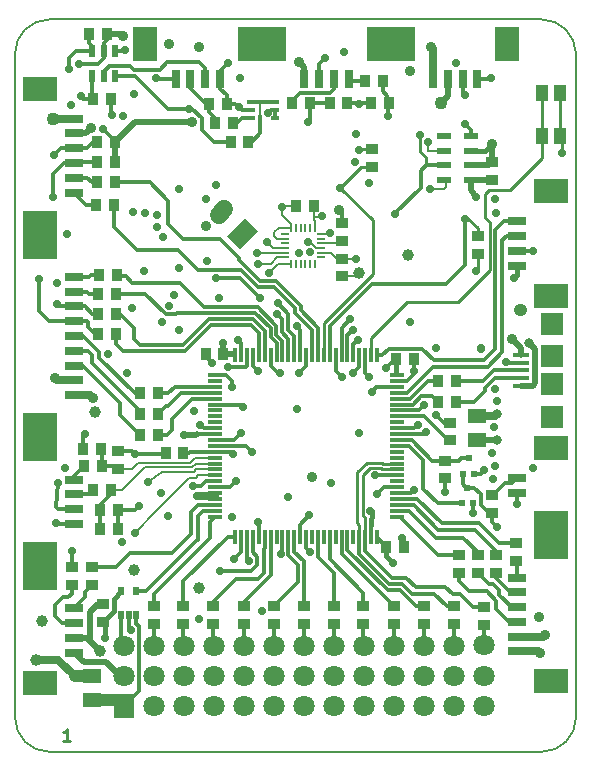
<source format=gbr>
G04 (created by PCBNEW (2013-may-18)-stable) date Čt 25. září 2014, 17:16:29 CEST*
%MOIN*%
G04 Gerber Fmt 3.4, Leading zero omitted, Abs format*
%FSLAX34Y34*%
G01*
G70*
G90*
G04 APERTURE LIST*
%ADD10C,0.00590551*%
%ADD11C,0.00984252*%
%ADD12R,0.0185039X0.0315*%
%ADD13C,0.06*%
%ADD14C,0.0708661*%
%ADD15R,0.0708661X0.0787*%
%ADD16R,0.0512X0.0118*%
%ADD17R,0.0118X0.0512*%
%ADD18R,0.0236X0.0394*%
%ADD19R,0.019685X0.023622*%
%ADD20R,0.0354X0.0394*%
%ADD21R,0.0394X0.0354*%
%ADD22R,0.0629921X0.0314961*%
%ADD23R,0.11811X0.0826772*%
%ADD24R,0.0826772X0.11811*%
%ADD25R,0.0314961X0.0629921*%
%ADD26R,0.0472X0.0236*%
%ADD27R,0.0747X0.0747*%
%ADD28R,0.0531X0.0157*%
%ADD29R,0.053X0.0157*%
%ADD30R,0.059X0.0472*%
%ADD31R,0.059X0.0473*%
%ADD32R,0.026X0.016*%
%ADD33O,0.00787402X0.0295276*%
%ADD34O,0.0295276X0.00787402*%
%ADD35R,0.0413386X0.0551181*%
%ADD36C,0.0275591*%
%ADD37C,0.0393701*%
%ADD38C,0.0354331*%
%ADD39C,0.0314961*%
%ADD40C,0.0433071*%
%ADD41C,0.011811*%
%ADD42C,0.015748*%
%ADD43C,0.00787402*%
%ADD44C,0.019685*%
%ADD45C,0.0275591*%
%ADD46C,0.0393701*%
G04 APERTURE END LIST*
G54D10*
G54D11*
X1643Y167D02*
X1419Y167D01*
X1531Y167D02*
X1531Y561D01*
X1494Y504D01*
X1456Y467D01*
X1419Y448D01*
G54D10*
X-196Y944D02*
G75*
G03X944Y-196I1141J0D01*
G74*
G01*
X944Y24212D02*
X17362Y24212D01*
X-196Y944D02*
X-196Y23070D01*
X17362Y-196D02*
X944Y-196D01*
X18503Y23070D02*
X18503Y944D01*
X17362Y-196D02*
G75*
G03X18503Y944I0J1141D01*
G74*
G01*
X944Y24212D02*
G75*
G03X-196Y23070I0J-1141D01*
G74*
G01*
X18503Y23070D02*
G75*
G03X17362Y24212I-1141J0D01*
G74*
G01*
G54D12*
X3342Y4369D03*
X3854Y4369D03*
X3598Y4369D03*
X3854Y5157D03*
X3342Y5157D03*
G54D10*
G36*
X7911Y17177D02*
X7298Y16565D01*
X6874Y16989D01*
X7486Y17601D01*
X7911Y17177D01*
X7911Y17177D01*
G37*
G54D13*
X6591Y17696D02*
X6779Y17884D01*
G54D14*
X15433Y3346D03*
X15433Y2342D03*
X15433Y1338D03*
G54D15*
X3425Y1340D03*
G54D14*
X3425Y2340D03*
X4425Y1340D03*
X4425Y2340D03*
X5425Y1340D03*
X5425Y2340D03*
X6425Y1340D03*
X6425Y2340D03*
X7425Y1340D03*
X7425Y2340D03*
X8425Y1340D03*
X8425Y2340D03*
X9425Y1340D03*
X9425Y2340D03*
X10425Y1340D03*
X10425Y2340D03*
X11425Y1340D03*
X11425Y2340D03*
X12425Y1340D03*
X12425Y2340D03*
X3425Y3340D03*
X4425Y3340D03*
X5425Y3340D03*
X6425Y3340D03*
X7425Y3340D03*
X8425Y3340D03*
X9425Y3340D03*
X10425Y3340D03*
X11425Y3340D03*
X12425Y3340D03*
X13425Y1340D03*
X13425Y2340D03*
X13425Y3340D03*
X14425Y1340D03*
X14429Y2342D03*
X14425Y3340D03*
G54D16*
X6485Y11772D03*
X6485Y11575D03*
X6485Y11378D03*
X6485Y11181D03*
X6485Y10984D03*
X6485Y12362D03*
X6485Y12165D03*
X6485Y11969D03*
X6485Y9213D03*
X6485Y9016D03*
X6485Y8819D03*
X6485Y8622D03*
X6485Y8425D03*
X6485Y8228D03*
X6485Y8031D03*
X6485Y7835D03*
G54D17*
X8523Y6978D03*
X8720Y6978D03*
X8916Y6978D03*
X9113Y6978D03*
X9310Y6978D03*
X9507Y6978D03*
X9704Y6978D03*
X9901Y6978D03*
X11672Y6978D03*
X11869Y6978D03*
G54D16*
X12529Y7638D03*
X12529Y7835D03*
X12529Y8031D03*
X12529Y8228D03*
X12529Y8425D03*
X12529Y8622D03*
X6485Y10787D03*
X6485Y10591D03*
X6485Y10394D03*
X6485Y7638D03*
G54D17*
X7145Y6978D03*
X7342Y6978D03*
X10098Y6978D03*
X10294Y6978D03*
X10491Y6978D03*
G54D16*
X12529Y8819D03*
X12529Y9016D03*
X12529Y9213D03*
X6485Y10197D03*
X6485Y10000D03*
X6485Y9803D03*
X6485Y9606D03*
X6485Y9409D03*
G54D17*
X7538Y6978D03*
X7735Y6978D03*
X7932Y6978D03*
X8129Y6978D03*
X8326Y6978D03*
X10688Y6978D03*
X10885Y6978D03*
X11082Y6978D03*
X11279Y6978D03*
X11476Y6978D03*
G54D16*
X12529Y9409D03*
X12529Y9606D03*
X12529Y9803D03*
X12529Y10000D03*
X12529Y10197D03*
X12529Y10394D03*
X12529Y10591D03*
X12529Y10787D03*
X12529Y10984D03*
X12529Y11181D03*
X12529Y11378D03*
X12529Y11575D03*
X12529Y11772D03*
X12529Y11969D03*
X12529Y12165D03*
X12529Y12362D03*
G54D17*
X11869Y13022D03*
X11672Y13022D03*
X11476Y13022D03*
X11279Y13022D03*
X11082Y13022D03*
X10885Y13022D03*
X10688Y13022D03*
X10491Y13022D03*
X10294Y13022D03*
X10098Y13022D03*
X9901Y13022D03*
X9704Y13022D03*
X9507Y13022D03*
X9310Y13022D03*
X9113Y13022D03*
X8916Y13022D03*
X8720Y13022D03*
X8523Y13022D03*
X8326Y13022D03*
X8129Y13022D03*
X7932Y13022D03*
X7735Y13022D03*
X7538Y13022D03*
X7342Y13022D03*
X7145Y13022D03*
G54D18*
X3130Y23171D03*
X2380Y23171D03*
X2755Y23171D03*
X2380Y22339D03*
X3130Y22339D03*
X2755Y22339D03*
G54D19*
X14688Y8094D03*
X15082Y8094D03*
X14885Y8606D03*
X14724Y9074D03*
X15118Y9074D03*
X14921Y9586D03*
G54D20*
X2420Y21574D03*
X3012Y21574D03*
X12264Y21417D03*
X11672Y21417D03*
G54D21*
X16496Y6752D03*
X16496Y6160D03*
G54D20*
X2578Y13740D03*
X3170Y13740D03*
X2578Y14409D03*
X3170Y14409D03*
X2538Y18779D03*
X3130Y18779D03*
X2499Y18031D03*
X3091Y18031D03*
G54D21*
X14133Y9508D03*
X14133Y8916D03*
X4429Y4054D03*
X4429Y4646D03*
X14429Y4054D03*
X14429Y4646D03*
X13425Y4054D03*
X13425Y4646D03*
X12421Y4054D03*
X12421Y4646D03*
X10433Y4054D03*
X10433Y4646D03*
X11417Y4054D03*
X11417Y4646D03*
X9429Y4054D03*
X9429Y4646D03*
X8425Y4054D03*
X8425Y4646D03*
X7421Y4054D03*
X7421Y4646D03*
X6417Y4054D03*
X6417Y4646D03*
X5413Y4054D03*
X5413Y4646D03*
G54D20*
X10294Y21417D03*
X10886Y21417D03*
X2578Y15078D03*
X3170Y15078D03*
X2617Y15708D03*
X3209Y15708D03*
G54D21*
X14606Y6358D03*
X14606Y5766D03*
X15236Y6358D03*
X15236Y5766D03*
X15826Y6358D03*
X15826Y5766D03*
G54D20*
X9034Y21417D03*
X9626Y21417D03*
G54D21*
X15433Y4034D03*
X15433Y4626D03*
G54D20*
X2538Y19448D03*
X3130Y19448D03*
X2538Y20118D03*
X3130Y20118D03*
G54D21*
X15712Y7766D03*
X15712Y8358D03*
G54D20*
X2105Y9330D03*
X2697Y9330D03*
X3229Y7874D03*
X2637Y7874D03*
X2420Y8523D03*
X3012Y8523D03*
G54D21*
X3248Y9823D03*
X3248Y9231D03*
X1692Y5373D03*
X1692Y5965D03*
X2362Y5373D03*
X2362Y5965D03*
G54D20*
X14508Y11456D03*
X13916Y11456D03*
X14508Y12165D03*
X13916Y12165D03*
G54D22*
X1771Y15629D03*
X1771Y15137D03*
X1771Y14645D03*
X1771Y14153D03*
X1771Y13661D03*
X1771Y13169D03*
X1771Y12677D03*
X1771Y12185D03*
X1771Y11692D03*
G54D23*
X629Y16633D03*
X629Y10688D03*
X629Y21909D03*
X629Y17440D03*
G54D22*
X1771Y20905D03*
X1771Y20413D03*
X1771Y19921D03*
X1771Y19429D03*
X1771Y18937D03*
X1771Y18444D03*
G54D23*
X17677Y2145D03*
X17677Y6614D03*
G54D22*
X16535Y3149D03*
X16535Y3641D03*
X16535Y4133D03*
X16535Y4625D03*
X16535Y5118D03*
X16535Y5610D03*
G54D23*
X17677Y15000D03*
X17677Y18484D03*
G54D22*
X16535Y16003D03*
X16535Y16496D03*
X16535Y16988D03*
X16535Y17480D03*
G54D24*
X16220Y23385D03*
X12736Y23385D03*
G54D25*
X15216Y22244D03*
X14724Y22244D03*
X14232Y22244D03*
X13740Y22244D03*
G54D23*
X629Y9881D03*
X629Y6397D03*
G54D22*
X1771Y8877D03*
X1771Y8385D03*
X1771Y7893D03*
X1771Y7401D03*
G54D23*
X629Y5590D03*
X629Y2106D03*
G54D22*
X1771Y4586D03*
X1771Y4094D03*
X1771Y3602D03*
X1771Y3110D03*
G54D24*
X11929Y23385D03*
X8444Y23385D03*
G54D25*
X10925Y22244D03*
X10433Y22244D03*
X9940Y22244D03*
X9448Y22244D03*
G54D24*
X7637Y23385D03*
X4153Y23385D03*
G54D25*
X6633Y22244D03*
X6141Y22244D03*
X5649Y22244D03*
X5157Y22244D03*
G54D22*
X16535Y8444D03*
X16535Y8937D03*
G54D23*
X17677Y7440D03*
X17677Y9940D03*
G54D26*
X15018Y18858D03*
X15018Y19350D03*
X15018Y19842D03*
X15018Y20334D03*
X14112Y20334D03*
X14112Y19842D03*
X14112Y19350D03*
X14112Y18858D03*
G54D27*
X17716Y12047D03*
X17716Y12991D03*
X17716Y14074D03*
X17716Y10964D03*
G54D28*
X16663Y12007D03*
G54D29*
X16663Y12264D03*
X16663Y12519D03*
X16663Y12774D03*
X16663Y13031D03*
G54D30*
X2362Y2323D03*
G54D31*
X2362Y1535D03*
G54D30*
X15212Y10192D03*
G54D31*
X15212Y10980D03*
G54D21*
X10692Y16833D03*
X10692Y17425D03*
X15708Y18877D03*
X15708Y19469D03*
G54D20*
X2085Y9881D03*
X2677Y9881D03*
X9756Y17992D03*
X9164Y17992D03*
X12184Y6633D03*
X12776Y6633D03*
X2263Y23740D03*
X2855Y23740D03*
X4822Y9763D03*
X5414Y9763D03*
X6752Y13051D03*
X6160Y13051D03*
X12499Y12893D03*
X13091Y12893D03*
X3229Y7224D03*
X2637Y7224D03*
X11475Y22165D03*
X12067Y22165D03*
G54D21*
X15228Y16389D03*
X15228Y16981D03*
G54D20*
X3979Y11751D03*
X4571Y11751D03*
X3975Y11066D03*
X4567Y11066D03*
X3987Y10370D03*
X4579Y10370D03*
G54D32*
X7670Y21452D03*
X7670Y20932D03*
X7670Y21192D03*
X8470Y20932D03*
X8470Y21452D03*
X8470Y21192D03*
G54D20*
X6855Y21409D03*
X6263Y21409D03*
X6995Y20141D03*
X7587Y20141D03*
X7063Y20767D03*
X6471Y20767D03*
G54D21*
X10704Y16240D03*
X10704Y15648D03*
G54D33*
X9011Y16070D03*
X9169Y16070D03*
X9326Y16070D03*
X9484Y16070D03*
X9641Y16070D03*
X9799Y16070D03*
G54D34*
X10007Y16279D03*
X10007Y16437D03*
X10007Y16594D03*
X10007Y16751D03*
X10007Y16909D03*
X10007Y17066D03*
G54D33*
X9799Y17275D03*
X9641Y17275D03*
X9484Y17275D03*
X9326Y17275D03*
X9169Y17275D03*
X9011Y17275D03*
G54D34*
X8803Y17066D03*
X8803Y16909D03*
X8803Y16751D03*
X8803Y16594D03*
X8803Y16437D03*
X8803Y16279D03*
G54D21*
X11704Y19290D03*
X11704Y19882D03*
G54D35*
X17972Y21748D03*
X17972Y20330D03*
X17381Y21748D03*
X17381Y20330D03*
G54D21*
X2744Y4729D03*
X2744Y4137D03*
X14307Y10184D03*
X14307Y10776D03*
G54D36*
X2799Y3594D03*
X15177Y15818D03*
X11287Y19858D03*
X11169Y16244D03*
X8271Y15763D03*
X10027Y17661D03*
X8232Y21102D03*
G54D37*
X2484Y11137D03*
X720Y4165D03*
G54D38*
X5700Y20791D03*
X4948Y23409D03*
X3409Y23661D03*
G54D36*
X6732Y13425D03*
G54D38*
X6165Y17338D03*
G54D36*
X2744Y20559D03*
X11279Y21409D03*
X6177Y18224D03*
X1921Y22724D03*
X12177Y12610D03*
G54D39*
X15870Y10185D03*
G54D36*
X14122Y8452D03*
X15070Y7775D03*
X5433Y10354D03*
X5748Y8657D03*
X7590Y6169D03*
X12409Y6106D03*
X5881Y8334D03*
X15157Y18287D03*
G54D38*
X17299Y3090D03*
G54D36*
X3377Y6783D03*
G54D40*
X1062Y20905D03*
G54D38*
X12956Y22507D03*
X2389Y11610D03*
X5921Y23279D03*
X9283Y22803D03*
X13669Y23295D03*
G54D36*
X3791Y7110D03*
X4232Y8787D03*
X15830Y17763D03*
X11062Y13870D03*
X15799Y18228D03*
X10976Y14232D03*
X9559Y20807D03*
X4940Y14677D03*
X5114Y15035D03*
X12232Y21011D03*
X4720Y14133D03*
X6909Y12625D03*
X7027Y11956D03*
X17070Y16480D03*
X7066Y9712D03*
X10649Y18602D03*
X5944Y4228D03*
G54D38*
X17480Y3704D03*
G54D36*
X4893Y7645D03*
X8023Y4492D03*
G54D38*
X15692Y20047D03*
G54D36*
X11157Y20381D03*
X11602Y18767D03*
G54D37*
X11287Y15748D03*
G54D36*
X8704Y17948D03*
X7267Y21303D03*
X10141Y22929D03*
X6901Y22751D03*
X4519Y22251D03*
G54D38*
X10594Y17862D03*
G54D40*
X14015Y21437D03*
G54D37*
X12901Y16377D03*
G54D36*
X7244Y13543D03*
X17059Y9267D03*
G54D38*
X1141Y12263D03*
X2342Y20598D03*
G54D36*
X6519Y18704D03*
X1551Y17055D03*
X1192Y15429D03*
X5287Y18547D03*
X5259Y15929D03*
X6192Y16161D03*
X3539Y12437D03*
X5271Y13858D03*
X2893Y13078D03*
X6377Y12755D03*
X1602Y22547D03*
X5767Y11169D03*
X18043Y19771D03*
X16421Y15590D03*
X12972Y14137D03*
G54D38*
X16366Y13559D03*
G54D36*
X16531Y8078D03*
X15354Y13248D03*
X13854Y13259D03*
X15452Y9200D03*
G54D39*
X15870Y11051D03*
G54D36*
X8897Y8307D03*
X9200Y11240D03*
X2125Y10381D03*
X3937Y7992D03*
X3818Y9724D03*
G54D37*
X3779Y5866D03*
X2637Y3149D03*
G54D36*
X11259Y10433D03*
X13098Y12496D03*
X7047Y7637D03*
G54D38*
X9708Y8960D03*
G54D36*
X9614Y7681D03*
X10354Y8771D03*
X4657Y8444D03*
X7165Y8818D03*
X5984Y10708D03*
X12712Y6940D03*
X7106Y6212D03*
X14496Y22767D03*
X4102Y15822D03*
X10759Y23133D03*
X4728Y16964D03*
X7299Y22263D03*
X4551Y17283D03*
X3755Y21720D03*
X4535Y17708D03*
X8208Y16795D03*
X9637Y16464D03*
X9267Y12433D03*
X10314Y17094D03*
X9287Y16444D03*
X7905Y12496D03*
X14799Y20744D03*
X14811Y17574D03*
X11692Y11811D03*
X8657Y6397D03*
X7330Y10421D03*
X7708Y9811D03*
X5598Y21244D03*
G54D38*
X16629Y14515D03*
X17267Y4307D03*
G54D37*
X5925Y5275D03*
X492Y2862D03*
G54D36*
X1240Y8751D03*
X1181Y7440D03*
X610Y15578D03*
X1118Y19696D03*
G54D39*
X16952Y13440D03*
G54D36*
X13846Y11027D03*
X14818Y21708D03*
X15677Y22267D03*
X11641Y7834D03*
X1192Y14744D03*
X1059Y18279D03*
X15866Y7307D03*
X2003Y21657D03*
X7397Y11303D03*
X9641Y6448D03*
X8645Y12444D03*
X3692Y14610D03*
X1677Y21358D03*
X3476Y23196D03*
X3023Y21035D03*
X3732Y17787D03*
X3401Y21007D03*
X4137Y17748D03*
X3661Y3850D03*
X7897Y7476D03*
X15759Y10618D03*
X11228Y13535D03*
X15712Y9755D03*
X10700Y12283D03*
X15870Y11480D03*
X13511Y10456D03*
X15818Y11885D03*
X13224Y10696D03*
X15748Y8881D03*
X11610Y12291D03*
X15818Y9326D03*
X11074Y12433D03*
X1700Y6503D03*
X6645Y5838D03*
X11149Y19476D03*
X9586Y16803D03*
X13566Y20141D03*
X8555Y14755D03*
X13303Y20366D03*
X12476Y17724D03*
X7893Y16074D03*
X6598Y14925D03*
X8539Y14385D03*
X13649Y18562D03*
X7858Y16437D03*
X6496Y15586D03*
X7964Y14940D03*
X9196Y13980D03*
X16173Y12795D03*
X13452Y11354D03*
X1476Y9263D03*
X11811Y9015D03*
X11877Y8405D03*
X13110Y8539D03*
G54D41*
X2744Y4137D02*
X2744Y4141D01*
G54D42*
X3094Y4909D02*
X3342Y5157D01*
X3094Y4492D02*
X3094Y4909D01*
X2744Y4141D02*
X3094Y4492D01*
X2799Y3594D02*
X2799Y4081D01*
X2799Y4081D02*
X2744Y4137D01*
G54D41*
X2775Y3618D02*
X2799Y3594D01*
G54D11*
X15228Y16389D02*
X15228Y15870D01*
X15228Y15870D02*
X15177Y15818D01*
X11704Y19882D02*
X11311Y19882D01*
X11311Y19882D02*
X11287Y19858D01*
G54D43*
X10704Y16240D02*
X10546Y16240D01*
X10350Y16437D02*
X10007Y16437D01*
X10546Y16240D02*
X10350Y16437D01*
X10704Y16240D02*
X11166Y16240D01*
X11166Y16240D02*
X11169Y16244D01*
X9011Y16070D02*
X8578Y16070D01*
X8578Y16070D02*
X8271Y15763D01*
X9756Y17622D02*
X9988Y17622D01*
X9988Y17622D02*
X10027Y17661D01*
X9756Y17992D02*
X9756Y17622D01*
X9756Y17622D02*
X9756Y17542D01*
X9799Y17500D02*
X9799Y17275D01*
X9756Y17542D02*
X9799Y17500D01*
G54D41*
X8322Y21192D02*
X8232Y21102D01*
X8322Y21192D02*
X8470Y21192D01*
X8470Y21192D02*
X8470Y20932D01*
G54D44*
X3130Y19448D02*
X3130Y20118D01*
X3130Y20118D02*
X3811Y20799D01*
X3811Y20799D02*
X5700Y20791D01*
X2855Y23740D02*
X3330Y23740D01*
X4948Y23409D02*
X4948Y23413D01*
X3330Y23740D02*
X3409Y23661D01*
X6752Y13404D02*
X6732Y13425D01*
X6752Y13404D02*
X6752Y13051D01*
G54D41*
X3130Y20118D02*
X3130Y20172D01*
X3130Y20172D02*
X2744Y20559D01*
X10886Y21417D02*
X11271Y21417D01*
X11287Y21417D02*
X11672Y21417D01*
X11279Y21409D02*
X11287Y21417D01*
X11271Y21417D02*
X11279Y21409D01*
X2755Y23171D02*
X2755Y22917D01*
X2562Y22724D02*
X1921Y22724D01*
X2755Y22917D02*
X2562Y22724D01*
X2755Y23171D02*
X2755Y23429D01*
X2855Y23528D02*
X2855Y23740D01*
X2755Y23429D02*
X2855Y23528D01*
X12499Y12893D02*
X12460Y12893D01*
X12460Y12893D02*
X12177Y12610D01*
G54D44*
X15212Y10192D02*
X15862Y10192D01*
X15862Y10192D02*
X15870Y10185D01*
G54D41*
X14133Y8916D02*
X14133Y8464D01*
X14133Y8464D02*
X14122Y8452D01*
X15082Y8094D02*
X15082Y7787D01*
X15082Y7787D02*
X15070Y7775D01*
G54D44*
X5866Y10394D02*
X5826Y10354D01*
X5826Y10354D02*
X5433Y10354D01*
G54D41*
X6485Y10394D02*
X5866Y10394D01*
X6485Y8819D02*
X6165Y8819D01*
X6003Y8657D02*
X5748Y8657D01*
X6165Y8819D02*
X6003Y8657D01*
X7538Y6220D02*
X7590Y6169D01*
X7538Y6978D02*
X7538Y6220D01*
G54D42*
X12184Y6633D02*
X12184Y6331D01*
X12184Y6331D02*
X12409Y6106D01*
G54D41*
X6485Y8425D02*
X6485Y8228D01*
X6485Y8228D02*
X6484Y8229D01*
X6484Y8229D02*
X6484Y8338D01*
G54D45*
X6484Y8338D02*
X6480Y8334D01*
X6480Y8334D02*
X5881Y8334D01*
G54D41*
X7145Y13022D02*
X7096Y13022D01*
G54D44*
X7096Y13022D02*
X7066Y13051D01*
X7066Y13051D02*
X6752Y13051D01*
G54D42*
X12499Y12893D02*
X12499Y12436D01*
G54D41*
X12496Y12395D02*
X12529Y12362D01*
X12496Y12433D02*
X12496Y12395D01*
G54D42*
X12499Y12436D02*
X12496Y12433D01*
G54D41*
X11869Y6978D02*
X11869Y6948D01*
X11869Y6948D02*
X12184Y6633D01*
G54D44*
X15018Y18516D02*
X15018Y18858D01*
X15157Y18287D02*
X15018Y18516D01*
X15708Y18877D02*
X15037Y18877D01*
X15037Y18877D02*
X15018Y18858D01*
G54D45*
X17299Y3090D02*
X17240Y3149D01*
X16535Y3149D02*
X17240Y3149D01*
X3425Y2340D02*
X3297Y2340D01*
G54D44*
X2094Y2787D02*
X1771Y3110D01*
X2850Y2787D02*
X2094Y2787D01*
X3297Y2340D02*
X2850Y2787D01*
G54D45*
X1771Y20905D02*
X1062Y20905D01*
X2307Y11692D02*
X1771Y11692D01*
X2389Y11610D02*
X2307Y11692D01*
G54D44*
X9448Y22637D02*
X9448Y22244D01*
X9283Y22803D02*
X9448Y22637D01*
G54D45*
X13740Y23224D02*
X13740Y22244D01*
X13669Y23295D02*
X13740Y23224D01*
G54D43*
X6485Y9016D02*
X5913Y9016D01*
X4511Y7830D02*
X3791Y7110D01*
X5110Y8429D02*
X4511Y7830D01*
X5610Y8929D02*
X5110Y8429D01*
X5826Y8929D02*
X5610Y8929D01*
X5913Y9016D02*
X5826Y8929D01*
X6485Y9213D02*
X5848Y9213D01*
X4692Y9133D02*
X4232Y8787D01*
X5768Y9133D02*
X4692Y9133D01*
X5848Y9213D02*
X5768Y9133D01*
X6485Y9409D02*
X5826Y9409D01*
X3366Y8523D02*
X3012Y8523D01*
X4129Y9287D02*
X3366Y8523D01*
X5705Y9287D02*
X4129Y9287D01*
X5826Y9409D02*
X5705Y9287D01*
G54D41*
X2637Y7874D02*
X2637Y8030D01*
X3012Y8406D02*
X3012Y8523D01*
X2637Y8030D02*
X3012Y8406D01*
X2637Y7224D02*
X2637Y7874D01*
G54D43*
X6485Y9606D02*
X5806Y9606D01*
X3700Y9231D02*
X3248Y9231D01*
X3909Y9440D02*
X3700Y9231D01*
X5641Y9440D02*
X3909Y9440D01*
X5806Y9606D02*
X5641Y9440D01*
G54D41*
X2697Y9330D02*
X3148Y9330D01*
X3148Y9330D02*
X3248Y9231D01*
X2697Y9330D02*
X2697Y9862D01*
X2697Y9862D02*
X2677Y9881D01*
X10885Y13022D02*
X10885Y13692D01*
X10885Y13692D02*
X11062Y13870D01*
X10688Y13022D02*
X10688Y13944D01*
X10688Y13944D02*
X10976Y14232D01*
X6485Y11575D02*
X5712Y11575D01*
X4870Y10370D02*
X4579Y10370D01*
X5039Y10539D02*
X4870Y10370D01*
X5039Y10901D02*
X5039Y10539D01*
X5712Y11575D02*
X5039Y10901D01*
X6485Y11772D02*
X5331Y11772D01*
X4843Y11342D02*
X4567Y11066D01*
X4901Y11342D02*
X4843Y11342D01*
X5331Y11772D02*
X4901Y11342D01*
X6485Y11969D02*
X5126Y11969D01*
X4909Y11751D02*
X4571Y11751D01*
X5126Y11969D02*
X4909Y11751D01*
X8129Y13022D02*
X8129Y13839D01*
X3295Y14409D02*
X3170Y14409D01*
X3783Y13921D02*
X3295Y14409D01*
X3783Y13559D02*
X3783Y13921D01*
X3976Y13366D02*
X3783Y13559D01*
X5404Y13366D02*
X3976Y13366D01*
X6270Y14232D02*
X5404Y13366D01*
X7737Y14232D02*
X6270Y14232D01*
X8129Y13839D02*
X7737Y14232D01*
X7932Y13022D02*
X7932Y13763D01*
X3170Y13408D02*
X3170Y13740D01*
X3405Y13173D02*
X3170Y13408D01*
X5484Y13173D02*
X3405Y13173D01*
X6350Y14039D02*
X5484Y13173D01*
X7657Y14039D02*
X6350Y14039D01*
X7932Y13763D02*
X7657Y14039D01*
X14606Y6358D02*
X13900Y6358D01*
X12621Y7638D02*
X12529Y7638D01*
X13900Y6358D02*
X12621Y7638D01*
X15826Y6358D02*
X15826Y6507D01*
X12529Y8027D02*
X12529Y8031D01*
X13094Y8027D02*
X12529Y8027D01*
X13913Y7208D02*
X13094Y8027D01*
X15125Y7208D02*
X13913Y7208D01*
X15826Y6507D02*
X15125Y7208D01*
X16496Y6752D02*
X15940Y6752D01*
X13216Y8228D02*
X12529Y8228D01*
X14027Y7417D02*
X13216Y8228D01*
X15275Y7417D02*
X14027Y7417D01*
X15940Y6752D02*
X15275Y7417D01*
X15236Y6358D02*
X15236Y6456D01*
X12952Y7835D02*
X12529Y7835D01*
X13842Y6944D02*
X12952Y7835D01*
X14748Y6944D02*
X13842Y6944D01*
X15236Y6456D02*
X14748Y6944D01*
X8523Y13022D02*
X8523Y13413D01*
X4137Y15078D02*
X3170Y15078D01*
X4822Y14393D02*
X4137Y15078D01*
X5169Y14393D02*
X4822Y14393D01*
X5200Y14425D02*
X5169Y14393D01*
X7817Y14425D02*
X5200Y14425D01*
X8322Y13919D02*
X7817Y14425D01*
X8322Y13614D02*
X8322Y13919D01*
X8523Y13413D02*
X8322Y13614D01*
X8720Y13022D02*
X8720Y13495D01*
X3272Y15645D02*
X3209Y15708D01*
X3511Y15645D02*
X3272Y15645D01*
X3720Y15437D02*
X3511Y15645D01*
X5291Y15437D02*
X3720Y15437D01*
X6110Y14618D02*
X5291Y15437D01*
X7897Y14618D02*
X6110Y14618D01*
X8515Y13999D02*
X7897Y14618D01*
X8515Y13700D02*
X8515Y13999D01*
X8720Y13495D02*
X8515Y13700D01*
X9626Y21417D02*
X10294Y21417D01*
X9626Y20874D02*
X9626Y21417D01*
X9559Y20807D02*
X9626Y20874D01*
X12232Y21011D02*
X12232Y21385D01*
X12067Y21826D02*
X12067Y22165D01*
X12220Y21673D02*
X12067Y21826D01*
X12220Y21396D02*
X12220Y21673D01*
X12232Y21385D02*
X12220Y21396D01*
X12232Y21011D02*
X12264Y21044D01*
X7538Y13022D02*
X7538Y12660D01*
X7503Y12625D02*
X6909Y12625D01*
X7538Y12660D02*
X7503Y12625D01*
X6485Y12362D02*
X6826Y12362D01*
X7027Y12161D02*
X7027Y11956D01*
X6826Y12362D02*
X7027Y12161D01*
X17055Y16496D02*
X17070Y16480D01*
X17055Y16496D02*
X16535Y16496D01*
X6976Y9803D02*
X6485Y9803D01*
X7066Y9712D02*
X6976Y9803D01*
X5414Y9763D02*
X5614Y9763D01*
X5653Y9803D02*
X6485Y9803D01*
X5614Y9763D02*
X5653Y9803D01*
X11869Y13022D02*
X12053Y13022D01*
X16118Y17480D02*
X16535Y17480D01*
X15818Y17181D02*
X16118Y17480D01*
X15818Y13236D02*
X15818Y17181D01*
X15433Y12850D02*
X15818Y13236D01*
X13763Y12850D02*
X15433Y12850D01*
X13377Y13236D02*
X13763Y12850D01*
X12267Y13236D02*
X13377Y13236D01*
X12053Y13022D02*
X12267Y13236D01*
X12529Y11772D02*
X12866Y11772D01*
X16188Y16988D02*
X16535Y16988D01*
X16047Y16846D02*
X16188Y16988D01*
X16047Y13122D02*
X16047Y16846D01*
X15562Y12637D02*
X16047Y13122D01*
X13732Y12637D02*
X15562Y12637D01*
X12866Y11772D02*
X13732Y12637D01*
G54D11*
X11704Y19290D02*
X11337Y19290D01*
X11337Y19290D02*
X10649Y18602D01*
X10098Y13022D02*
X10098Y14110D01*
X11732Y17519D02*
X10649Y18602D01*
X11732Y15744D02*
X11732Y17519D01*
X10098Y14110D02*
X11732Y15744D01*
G54D41*
X3925Y3712D02*
X3925Y4007D01*
X3854Y4078D02*
X3854Y4369D01*
X3925Y4007D02*
X3854Y4078D01*
G54D44*
X2744Y4729D02*
X2563Y4729D01*
X2291Y4456D02*
X2291Y3496D01*
X2563Y4729D02*
X2291Y4456D01*
G54D45*
X16535Y3641D02*
X17417Y3641D01*
X17417Y3641D02*
X17480Y3704D01*
G54D42*
X15018Y19842D02*
X15487Y19842D01*
G54D44*
X15589Y19350D02*
X15692Y19453D01*
X15692Y19453D02*
X15692Y20047D01*
X15589Y19350D02*
X15018Y19350D01*
G54D42*
X15487Y19842D02*
X15692Y20047D01*
G54D11*
X17972Y21748D02*
X17972Y20330D01*
X17972Y20330D02*
X18043Y20259D01*
X18043Y20259D02*
X18043Y19771D01*
X11157Y20381D02*
X11153Y20381D01*
X11602Y18767D02*
X11598Y18767D01*
G54D43*
X10704Y15648D02*
X11188Y15648D01*
X11188Y15648D02*
X11287Y15748D01*
X8803Y16909D02*
X8527Y16909D01*
X8610Y17275D02*
X9011Y17275D01*
X8452Y17118D02*
X8610Y17275D01*
X8452Y16984D02*
X8452Y17118D01*
X8527Y16909D02*
X8452Y16984D01*
X9011Y17275D02*
X9011Y17389D01*
X8748Y17992D02*
X8704Y17948D01*
X8748Y17992D02*
X9164Y17992D01*
X8704Y17696D02*
X8704Y17948D01*
X9011Y17389D02*
X8704Y17696D01*
G54D41*
X7275Y21295D02*
X7275Y21283D01*
X7267Y21303D02*
X7275Y21295D01*
X7670Y21192D02*
X7366Y21192D01*
X7149Y21409D02*
X6855Y21409D01*
X7366Y21192D02*
X7275Y21283D01*
X7275Y21283D02*
X7149Y21409D01*
X6855Y21409D02*
X6855Y21684D01*
X6633Y21905D02*
X6633Y22244D01*
X6855Y21684D02*
X6633Y21905D01*
X9940Y22728D02*
X10141Y22929D01*
X9940Y22728D02*
X9940Y22244D01*
X6633Y22484D02*
X6901Y22751D01*
X6633Y22484D02*
X6633Y22244D01*
X4527Y22244D02*
X4519Y22251D01*
X5157Y22244D02*
X4527Y22244D01*
X10692Y17425D02*
X10692Y17763D01*
X10692Y17763D02*
X10594Y17862D01*
G54D44*
X14232Y22244D02*
X14232Y21653D01*
X14232Y21653D02*
X14015Y21437D01*
G54D41*
X7342Y13444D02*
X7244Y13543D01*
X7342Y13444D02*
X7342Y13022D01*
G54D45*
X1771Y12185D02*
X1220Y12185D01*
X1220Y12185D02*
X1141Y12263D01*
G54D44*
X2177Y20413D02*
X2342Y20598D01*
X2177Y20413D02*
X1771Y20413D01*
G54D41*
X6523Y18700D02*
X6519Y18704D01*
X5259Y15929D02*
X5263Y15929D01*
X6192Y16161D02*
X6196Y16161D01*
X5263Y13866D02*
X5259Y13866D01*
X5271Y13858D02*
X5263Y13866D01*
X6160Y12973D02*
X6377Y12755D01*
X6160Y12973D02*
X6160Y13051D01*
X2380Y23171D02*
X1841Y23171D01*
X1602Y22933D02*
X1602Y22547D01*
X1841Y23171D02*
X1602Y22933D01*
X2380Y23171D02*
X2380Y23315D01*
X2263Y23433D02*
X2263Y23740D01*
X2380Y23315D02*
X2263Y23433D01*
X18043Y19771D02*
X18039Y19775D01*
G54D42*
X16535Y15704D02*
X16535Y16003D01*
X16421Y15590D02*
X16535Y15704D01*
G54D44*
X16663Y13261D02*
X16366Y13559D01*
X16663Y13261D02*
X16663Y13031D01*
G54D41*
X16535Y8082D02*
X16531Y8078D01*
X16535Y8082D02*
X16535Y8444D01*
G54D45*
X15350Y13244D02*
X15350Y13240D01*
X15354Y13248D02*
X15350Y13244D01*
G54D41*
X15118Y9074D02*
X15326Y9074D01*
X15326Y9074D02*
X15452Y9200D01*
G54D45*
X15212Y10980D02*
X15799Y10980D01*
X15799Y10980D02*
X15870Y11051D01*
G54D44*
X9196Y11244D02*
X9196Y11275D01*
X9200Y11240D02*
X9196Y11244D01*
G54D41*
X2085Y9881D02*
X2085Y10341D01*
X2085Y10341D02*
X2125Y10381D01*
X3229Y7874D02*
X3818Y7874D01*
X3818Y7874D02*
X3937Y7992D01*
X3818Y9724D02*
X4782Y9724D01*
X4782Y9724D02*
X4822Y9763D01*
X3248Y9823D02*
X3719Y9823D01*
X3719Y9823D02*
X3818Y9724D01*
X3229Y7224D02*
X3229Y7874D01*
G54D44*
X1771Y3602D02*
X2185Y3602D01*
X2185Y3602D02*
X2291Y3496D01*
X2291Y3496D02*
X2637Y3149D01*
G54D46*
X2362Y1535D02*
X3230Y1535D01*
X3230Y1535D02*
X3425Y1340D01*
G54D41*
X12529Y12165D02*
X12873Y12165D01*
X13091Y12503D02*
X13098Y12496D01*
X13091Y12503D02*
X13091Y12893D01*
X13098Y12389D02*
X13098Y12496D01*
X12873Y12165D02*
X13098Y12389D01*
X9310Y7377D02*
X9614Y7681D01*
X9310Y6978D02*
X9310Y7377D01*
X3925Y1840D02*
X3425Y1340D01*
X3925Y3759D02*
X3925Y3712D01*
X3925Y3712D02*
X3925Y1840D01*
G54D44*
X4665Y8452D02*
X4665Y8468D01*
X4657Y8444D02*
X4665Y8452D01*
G54D41*
X6485Y8622D02*
X6968Y8622D01*
X6968Y8622D02*
X7165Y8818D01*
X6485Y10591D02*
X6101Y10591D01*
X6101Y10591D02*
X5984Y10708D01*
X12776Y6633D02*
X12776Y6877D01*
X12776Y6877D02*
X12712Y6940D01*
X7342Y6978D02*
X7342Y6449D01*
X7342Y6449D02*
X7106Y6212D01*
X9704Y13022D02*
X9704Y13862D01*
X3091Y17298D02*
X3091Y18031D01*
X3870Y16519D02*
X3091Y17298D01*
X5251Y16519D02*
X3870Y16519D01*
X5905Y15866D02*
X5251Y16519D01*
X7330Y15866D02*
X5905Y15866D01*
X7889Y15307D02*
X7330Y15866D01*
X8421Y15307D02*
X7889Y15307D01*
X9129Y14598D02*
X8421Y15307D01*
X9129Y14437D02*
X9129Y14598D01*
X9704Y13862D02*
X9129Y14437D01*
X9901Y13022D02*
X9901Y13937D01*
X4291Y18779D02*
X3130Y18779D01*
X4897Y18173D02*
X4291Y18779D01*
X4897Y17397D02*
X4897Y18173D01*
X5389Y16905D02*
X4897Y17397D01*
X6645Y16905D02*
X5389Y16905D01*
X7275Y16275D02*
X6645Y16905D01*
X7275Y16194D02*
X7275Y16275D01*
X7969Y15500D02*
X7275Y16194D01*
X8501Y15500D02*
X7969Y15500D01*
X9322Y14678D02*
X8501Y15500D01*
X9322Y14516D02*
X9322Y14678D01*
X9901Y13937D02*
X9322Y14516D01*
X4728Y16964D02*
X4724Y16964D01*
X4535Y17708D02*
X4527Y17716D01*
G54D43*
X8409Y16594D02*
X8803Y16594D01*
X8208Y16795D02*
X8409Y16594D01*
G54D41*
X9507Y13022D02*
X9507Y12673D01*
X9637Y16464D02*
X9642Y16468D01*
X9507Y12673D02*
X9267Y12433D01*
G54D43*
X10007Y17066D02*
X10287Y17066D01*
X10287Y17066D02*
X10314Y17094D01*
G54D41*
X7735Y13022D02*
X7735Y12665D01*
X9287Y16444D02*
X9299Y16456D01*
X7735Y12665D02*
X7905Y12496D01*
G54D11*
X14811Y17574D02*
X14917Y17574D01*
X15228Y17263D02*
X15228Y16981D01*
X14917Y17574D02*
X15228Y17263D01*
G54D41*
X10294Y13022D02*
X10294Y13995D01*
X15018Y20524D02*
X15018Y20334D01*
X14799Y20744D02*
X15018Y20524D01*
X14811Y16035D02*
X14811Y17574D01*
X14177Y15401D02*
X14811Y16035D01*
X11700Y15401D02*
X14177Y15401D01*
X10294Y13995D02*
X11700Y15401D01*
X12529Y11969D02*
X11850Y11969D01*
X11850Y11969D02*
X11692Y11811D01*
G54D43*
X10007Y16751D02*
X10610Y16751D01*
X10610Y16751D02*
X10692Y16833D01*
G54D41*
X8720Y6461D02*
X8720Y6978D01*
X8657Y6397D02*
X8720Y6461D01*
G54D11*
X17381Y20330D02*
X17381Y21748D01*
X11672Y13022D02*
X11672Y13605D01*
X17381Y19606D02*
X17381Y20330D01*
X16307Y18531D02*
X17381Y19606D01*
X15606Y18531D02*
X16307Y18531D01*
X15472Y18397D02*
X15606Y18531D01*
X15472Y17610D02*
X15472Y18397D01*
X15633Y17448D02*
X15472Y17610D01*
X15633Y15866D02*
X15633Y17448D01*
X14559Y14791D02*
X15633Y15866D01*
X12858Y14791D02*
X14559Y14791D01*
X11672Y13605D02*
X12858Y14791D01*
G54D41*
X6485Y10197D02*
X7106Y10197D01*
X7106Y10197D02*
X7330Y10421D01*
X6485Y10000D02*
X7519Y10000D01*
X7519Y10000D02*
X7708Y9811D01*
X7063Y20767D02*
X7208Y20767D01*
X7373Y20932D02*
X7670Y20932D01*
X7208Y20767D02*
X7373Y20932D01*
X7587Y20141D02*
X7700Y20141D01*
G54D43*
X7964Y21003D02*
X7964Y21452D01*
X7976Y20992D02*
X7964Y21003D01*
G54D41*
X7976Y20417D02*
X7976Y20992D01*
X7700Y20141D02*
X7976Y20417D01*
X7670Y21452D02*
X7964Y21452D01*
X7964Y21452D02*
X8470Y21452D01*
X6471Y20767D02*
X6471Y20929D01*
X6263Y21138D02*
X6263Y21409D01*
X6471Y20929D02*
X6263Y21138D01*
X6263Y21409D02*
X6157Y21409D01*
X5649Y21917D02*
X5649Y22244D01*
X6157Y21409D02*
X5649Y21917D01*
X3975Y11066D02*
X3975Y11170D01*
X2232Y13169D02*
X1771Y13169D01*
X2377Y13023D02*
X2232Y13169D01*
X2377Y12767D02*
X2377Y13023D01*
X3975Y11170D02*
X2377Y12767D01*
X3987Y10370D02*
X3964Y10370D01*
X2066Y12677D02*
X1771Y12677D01*
X3318Y11425D02*
X2066Y12677D01*
X3318Y11015D02*
X3318Y11425D01*
X3964Y10370D02*
X3318Y11015D01*
X3342Y4369D02*
X3342Y3423D01*
X3342Y3423D02*
X3425Y3340D01*
X2755Y22339D02*
X2755Y22476D01*
X6141Y22586D02*
X6141Y22244D01*
X5937Y22791D02*
X6141Y22586D01*
X4885Y22791D02*
X5937Y22791D01*
X4633Y22539D02*
X4885Y22791D01*
X3780Y22539D02*
X4633Y22539D01*
X3646Y22673D02*
X3780Y22539D01*
X2952Y22673D02*
X3646Y22673D01*
X2755Y22476D02*
X2952Y22673D01*
X5720Y21244D02*
X5598Y21244D01*
X4913Y21244D02*
X5598Y21244D01*
X6043Y20921D02*
X5720Y21244D01*
X6043Y20523D02*
X6043Y20921D01*
X3817Y22339D02*
X4913Y21244D01*
X6425Y20141D02*
X6043Y20523D01*
X6995Y20141D02*
X6425Y20141D01*
X3130Y22339D02*
X3817Y22339D01*
G54D46*
X16645Y14531D02*
X16657Y14531D01*
X16629Y14515D02*
X16645Y14531D01*
X2362Y2323D02*
X1791Y2323D01*
G54D45*
X1251Y2862D02*
X492Y2862D01*
X1791Y2323D02*
X1251Y2862D01*
G54D41*
X2617Y15708D02*
X2354Y15708D01*
X2275Y15629D02*
X1771Y15629D01*
X2354Y15708D02*
X2275Y15629D01*
X1771Y8877D02*
X1771Y8996D01*
X1771Y8996D02*
X2105Y9330D01*
X3979Y11751D02*
X3799Y11751D01*
X2082Y13661D02*
X1771Y13661D01*
X2614Y13129D02*
X2082Y13661D01*
X2614Y12937D02*
X2614Y13129D01*
X3799Y11751D02*
X2614Y12937D01*
X1771Y15137D02*
X2208Y15137D01*
X2267Y15078D02*
X2578Y15078D01*
X2208Y15137D02*
X2267Y15078D01*
X1240Y7893D02*
X1771Y7893D01*
X1181Y7952D02*
X1240Y7893D01*
X1240Y8751D02*
X1181Y7952D01*
X1220Y7401D02*
X1771Y7401D01*
X1181Y7440D02*
X1220Y7401D01*
X1771Y8385D02*
X2282Y8385D01*
X2282Y8385D02*
X2420Y8523D01*
X2499Y18031D02*
X2185Y18031D01*
X2185Y18031D02*
X1771Y18444D01*
X2538Y18779D02*
X2370Y18779D01*
X2212Y18937D02*
X1771Y18937D01*
X2370Y18779D02*
X2212Y18937D01*
X1771Y19921D02*
X1342Y19921D01*
X944Y14153D02*
X1771Y14153D01*
X614Y14484D02*
X944Y14153D01*
X614Y15574D02*
X614Y14484D01*
X610Y15578D02*
X614Y15574D01*
X1342Y19921D02*
X1118Y19696D01*
X2578Y13740D02*
X2468Y13740D01*
X2468Y13740D02*
X2251Y13956D01*
X2251Y13956D02*
X2251Y14118D01*
X2251Y14118D02*
X2216Y14153D01*
X2216Y14153D02*
X1771Y14153D01*
X2538Y20118D02*
X2409Y20118D01*
X2212Y19921D02*
X1771Y19921D01*
X2409Y20118D02*
X2212Y19921D01*
X14307Y10776D02*
X14097Y10776D01*
X14097Y10776D02*
X13846Y11027D01*
G54D44*
X16663Y12007D02*
X17062Y12007D01*
X17153Y13240D02*
X16952Y13440D01*
X17153Y12098D02*
X17153Y13240D01*
X17062Y12007D02*
X17153Y12098D01*
G54D41*
X13846Y11027D02*
X13802Y10984D01*
X16663Y12264D02*
X15800Y12264D01*
X15090Y11456D02*
X14508Y11456D01*
X15460Y11826D02*
X15090Y11456D01*
X15460Y11925D02*
X15460Y11826D01*
X15800Y12264D02*
X15460Y11925D01*
X16663Y12519D02*
X15755Y12519D01*
X15401Y12165D02*
X14508Y12165D01*
X15755Y12519D02*
X15401Y12165D01*
X1771Y4586D02*
X1771Y4606D01*
X2125Y5137D02*
X2362Y5373D01*
X2125Y4960D02*
X2125Y5137D01*
X1771Y4606D02*
X2125Y4960D01*
X1771Y4094D02*
X1377Y4094D01*
X1692Y5078D02*
X1692Y5373D01*
X1574Y4960D02*
X1692Y5078D01*
X1417Y4960D02*
X1574Y4960D01*
X1141Y4685D02*
X1417Y4960D01*
X1141Y4330D02*
X1141Y4685D01*
X1377Y4094D02*
X1141Y4330D01*
X14724Y21803D02*
X14724Y22244D01*
X14818Y21708D02*
X14724Y21803D01*
X15653Y22244D02*
X15216Y22244D01*
X15677Y22267D02*
X15653Y22244D01*
X8425Y4054D02*
X8425Y3340D01*
X7421Y4054D02*
X7421Y3344D01*
X7421Y3344D02*
X7425Y3340D01*
X6417Y4054D02*
X6417Y3348D01*
X6417Y3348D02*
X6425Y3340D01*
X4429Y4054D02*
X4429Y3344D01*
X4429Y3344D02*
X4425Y3340D01*
X14429Y4054D02*
X14429Y3344D01*
X14429Y3344D02*
X14425Y3340D01*
X13425Y4054D02*
X13425Y3340D01*
X12421Y4054D02*
X12421Y3344D01*
X12421Y3344D02*
X12425Y3340D01*
X16535Y4133D02*
X16283Y4133D01*
X14606Y5492D02*
X14606Y5766D01*
X14948Y5149D02*
X14606Y5492D01*
X15531Y5149D02*
X14948Y5149D01*
X15854Y4826D02*
X15531Y5149D01*
X15854Y4562D02*
X15854Y4826D01*
X16283Y4133D02*
X15854Y4562D01*
X10433Y4054D02*
X10433Y3348D01*
X10433Y3348D02*
X10425Y3340D01*
X11417Y4054D02*
X11417Y3348D01*
X11417Y3348D02*
X11425Y3340D01*
X11672Y6978D02*
X11672Y7374D01*
G54D42*
X11708Y7834D02*
X11641Y7834D01*
X11672Y7374D02*
X11708Y7834D01*
G54D41*
X9429Y4054D02*
X9429Y3344D01*
X9429Y3344D02*
X9425Y3340D01*
X11475Y22165D02*
X11003Y22165D01*
X11003Y22165D02*
X10925Y22244D01*
X9034Y21417D02*
X9034Y21499D01*
X10433Y21893D02*
X10433Y22244D01*
X10314Y21775D02*
X10433Y21893D01*
X9311Y21775D02*
X10314Y21775D01*
X9034Y21499D02*
X9311Y21775D01*
X15433Y4034D02*
X15433Y3346D01*
X1771Y19429D02*
X1437Y19429D01*
X1291Y14645D02*
X1771Y14645D01*
X1192Y14744D02*
X1291Y14645D01*
X1059Y19051D02*
X1059Y18279D01*
X1437Y19429D02*
X1059Y19051D01*
X1771Y14645D02*
X2141Y14645D01*
X2141Y14645D02*
X2377Y14409D01*
X2377Y14409D02*
X2578Y14409D01*
X2538Y19448D02*
X1791Y19448D01*
X1791Y19448D02*
X1771Y19429D01*
X5413Y4054D02*
X5413Y3352D01*
X5413Y3352D02*
X5425Y3340D01*
X15866Y7307D02*
X15712Y7460D01*
X15712Y7766D02*
X15712Y7460D01*
X15712Y7766D02*
X15603Y7766D01*
X14724Y8728D02*
X14724Y9074D01*
X14846Y8606D02*
X14724Y8728D01*
X15118Y8606D02*
X14846Y8606D01*
X15334Y8389D02*
X15118Y8606D01*
X15334Y8035D02*
X15334Y8389D01*
X15603Y7766D02*
X15334Y8035D01*
X15712Y8358D02*
X15740Y8358D01*
X16358Y8759D02*
X16535Y8937D01*
X16141Y8759D02*
X16358Y8759D01*
X15740Y8358D02*
X16141Y8759D01*
X16535Y5610D02*
X16535Y6121D01*
X16535Y6121D02*
X16496Y6160D01*
X16535Y5118D02*
X16291Y5118D01*
X15826Y5582D02*
X15826Y5766D01*
X16291Y5118D02*
X15826Y5582D01*
X16535Y4625D02*
X16358Y4625D01*
X15617Y5385D02*
X15236Y5766D01*
X15750Y5385D02*
X15617Y5385D01*
X15952Y5184D02*
X15750Y5385D01*
X15952Y5032D02*
X15952Y5184D01*
X16358Y4625D02*
X15952Y5032D01*
X2086Y21574D02*
X2420Y21574D01*
X2003Y21657D02*
X2086Y21574D01*
X2420Y21574D02*
X2380Y21614D01*
X2380Y21614D02*
X2380Y22339D01*
X6485Y11378D02*
X7322Y11378D01*
X7322Y11378D02*
X7397Y11303D01*
X9507Y6978D02*
X9507Y6582D01*
X9507Y6582D02*
X9641Y6448D01*
X8326Y13022D02*
X8326Y12677D01*
X8559Y12444D02*
X8645Y12444D01*
X8326Y12677D02*
X8559Y12444D01*
X3476Y23196D02*
X3451Y23171D01*
X3451Y23171D02*
X3130Y23171D01*
X3012Y21046D02*
X3012Y21574D01*
X3023Y21035D02*
X3012Y21046D01*
X4429Y4646D02*
X4429Y5074D01*
X6295Y7447D02*
X6485Y7638D01*
X6295Y6940D02*
X6295Y7447D01*
X4429Y5074D02*
X6295Y6940D01*
X13425Y4646D02*
X13180Y4646D01*
X10881Y6978D02*
X10885Y6978D01*
X10881Y6523D02*
X10881Y6978D01*
X12224Y5181D02*
X10881Y6523D01*
X12645Y5181D02*
X12224Y5181D01*
X13180Y4646D02*
X12645Y5181D01*
G54D11*
X12529Y9409D02*
X12083Y9409D01*
X11279Y7357D02*
X11279Y6978D01*
X11208Y7429D02*
X11279Y7357D01*
X11208Y9118D02*
X11208Y7429D01*
X11531Y9440D02*
X11208Y9118D01*
X12051Y9440D02*
X11531Y9440D01*
X12083Y9409D02*
X12051Y9440D01*
G54D41*
X14429Y4646D02*
X14188Y4646D01*
X11279Y6398D02*
X11279Y6978D01*
X12274Y5404D02*
X11279Y6398D01*
X12713Y5404D02*
X12274Y5404D01*
X13039Y5078D02*
X12713Y5404D01*
X13755Y5078D02*
X13039Y5078D01*
X14188Y4646D02*
X13755Y5078D01*
G54D11*
X11476Y6978D02*
X11476Y7605D01*
X12050Y9213D02*
X12529Y9213D01*
X11996Y9267D02*
X12050Y9213D01*
X11629Y9267D02*
X11996Y9267D01*
X11389Y9027D02*
X11629Y9267D01*
X11389Y7692D02*
X11389Y9027D01*
X11476Y7605D02*
X11389Y7692D01*
G54D41*
X11476Y6978D02*
X11476Y6509D01*
X15062Y4626D02*
X15433Y4626D01*
X14641Y5047D02*
X15062Y4626D01*
X14389Y5047D02*
X14641Y5047D01*
X14153Y5283D02*
X14389Y5047D01*
X13177Y5283D02*
X14153Y5283D01*
X12850Y5610D02*
X13177Y5283D01*
X12376Y5610D02*
X12850Y5610D01*
X11476Y6509D02*
X12376Y5610D01*
X5413Y4646D02*
X5413Y5492D01*
X6899Y6978D02*
X7145Y6978D01*
X5413Y5492D02*
X6899Y6978D01*
X6417Y4646D02*
X6417Y4803D01*
X8129Y6598D02*
X8129Y6978D01*
X8090Y6559D02*
X8129Y6598D01*
X8090Y5759D02*
X8090Y6559D01*
X8023Y5692D02*
X8090Y5759D01*
X8023Y5681D02*
X8023Y5692D01*
X7893Y5551D02*
X8023Y5681D01*
X7165Y5551D02*
X7893Y5551D01*
X6417Y4803D02*
X7165Y5551D01*
X7421Y4646D02*
X7421Y4799D01*
X8322Y6978D02*
X8326Y6978D01*
X8322Y5700D02*
X8322Y6978D01*
X7421Y4799D02*
X8322Y5700D01*
X8916Y6978D02*
X8916Y6358D01*
X9251Y5473D02*
X8425Y4646D01*
X9251Y6023D02*
X9251Y5473D01*
X8916Y6358D02*
X9251Y6023D01*
X9113Y6978D02*
X9113Y6460D01*
X9429Y6145D02*
X9429Y4646D01*
X9113Y6460D02*
X9429Y6145D01*
X10433Y4646D02*
X10433Y5755D01*
X9901Y6287D02*
X9901Y6978D01*
X10433Y5755D02*
X9901Y6287D01*
X11417Y4646D02*
X11417Y5094D01*
X10294Y6216D02*
X10294Y6978D01*
X11417Y5094D02*
X10294Y6216D01*
X12421Y4646D02*
X12421Y4649D01*
X10688Y6381D02*
X10688Y6978D01*
X12421Y4649D02*
X10688Y6381D01*
X5905Y6905D02*
X5905Y6893D01*
X4169Y5157D02*
X3854Y5157D01*
X5905Y6893D02*
X4169Y5157D01*
X6063Y7835D02*
X6485Y7835D01*
X5905Y7677D02*
X6063Y7835D01*
X5905Y6850D02*
X5905Y6905D01*
X5905Y6905D02*
X5905Y7677D01*
X7932Y6978D02*
X7932Y7441D01*
X3598Y3913D02*
X3598Y4369D01*
X3661Y3850D02*
X3598Y3913D01*
X7932Y7441D02*
X7897Y7476D01*
X11082Y13022D02*
X11082Y13389D01*
X11082Y13389D02*
X11228Y13535D01*
X10491Y13022D02*
X10491Y12492D01*
X10491Y12492D02*
X10700Y12283D01*
X12529Y10394D02*
X13449Y10394D01*
X13449Y10394D02*
X13511Y10456D01*
X12529Y10591D02*
X13118Y10591D01*
X13118Y10591D02*
X13224Y10696D01*
X11476Y13022D02*
X11476Y12424D01*
X11476Y12424D02*
X11610Y12291D01*
X11279Y13022D02*
X11279Y12638D01*
X11279Y12638D02*
X11074Y12433D01*
X2362Y5965D02*
X3170Y5965D01*
X6485Y8027D02*
X6485Y8031D01*
X5901Y8027D02*
X6485Y8027D01*
X5669Y7795D02*
X5901Y8027D01*
X5669Y7047D02*
X5669Y7795D01*
X5039Y6417D02*
X5669Y7047D01*
X3622Y6417D02*
X5039Y6417D01*
X3170Y5965D02*
X3622Y6417D01*
X7735Y6978D02*
X7735Y6445D01*
X7735Y6445D02*
X7885Y6295D01*
X1692Y6496D02*
X1692Y5965D01*
X1700Y6503D02*
X1692Y6496D01*
X7685Y5838D02*
X6645Y5838D01*
X7885Y6039D02*
X7685Y5838D01*
X7885Y6295D02*
X7885Y6039D01*
G54D43*
X10007Y16594D02*
X9850Y16594D01*
X9641Y16803D02*
X9586Y16803D01*
X9850Y16594D02*
X9641Y16803D01*
X13570Y20137D02*
X13570Y19842D01*
X13566Y20141D02*
X13570Y20137D01*
G54D41*
X9113Y13022D02*
X9113Y13648D01*
X8901Y14409D02*
X8555Y14755D01*
X8901Y13860D02*
X8901Y14409D01*
X9113Y13648D02*
X8901Y13860D01*
G54D43*
X14112Y19842D02*
X13570Y19842D01*
G54D11*
X13515Y19350D02*
X13515Y19610D01*
X13303Y19822D02*
X13303Y20366D01*
X13515Y19610D02*
X13303Y19822D01*
G54D41*
X12476Y17724D02*
X12476Y17751D01*
X13511Y19350D02*
X13515Y19350D01*
X13515Y19350D02*
X14112Y19350D01*
X13334Y19173D02*
X13511Y19350D01*
X13334Y18610D02*
X13334Y19173D01*
X12476Y17751D02*
X13334Y18610D01*
G54D43*
X7893Y16074D02*
X8334Y16074D01*
X8539Y16279D02*
X8803Y16279D01*
X8334Y16074D02*
X8539Y16279D01*
G54D41*
X8916Y13022D02*
X8916Y13572D01*
X8708Y14216D02*
X8539Y14385D01*
X8708Y13780D02*
X8708Y14216D01*
X8916Y13572D02*
X8708Y13780D01*
G54D43*
X7858Y16437D02*
X8803Y16437D01*
X13649Y18562D02*
X14102Y18562D01*
X14165Y18805D02*
X14112Y18858D01*
X14165Y18625D02*
X14165Y18805D01*
X14102Y18562D02*
X14165Y18625D01*
X13649Y18562D02*
X13645Y18566D01*
G54D41*
X7858Y16437D02*
X7858Y16437D01*
X9310Y13022D02*
X9310Y13866D01*
X7318Y15586D02*
X6496Y15586D01*
X7964Y14940D02*
X7318Y15586D01*
X9310Y13866D02*
X9196Y13980D01*
X14133Y9508D02*
X13715Y9508D01*
X13027Y10197D02*
X12529Y10197D01*
X13715Y9508D02*
X13027Y10197D01*
X14133Y9508D02*
X14595Y9508D01*
X14673Y9586D02*
X14921Y9586D01*
X14595Y9508D02*
X14673Y9586D01*
X14688Y8094D02*
X13893Y8094D01*
X12529Y10004D02*
X12529Y10000D01*
X12947Y10004D02*
X12529Y10004D01*
X13420Y9530D02*
X12947Y10004D01*
X13420Y8567D02*
X13420Y9530D01*
X13893Y8094D02*
X13420Y8567D01*
X12529Y11378D02*
X13060Y11378D01*
X13711Y11661D02*
X13916Y11456D01*
X13343Y11661D02*
X13711Y11661D01*
X13060Y11378D02*
X13343Y11661D01*
X13916Y12165D02*
X13574Y12165D01*
X12984Y11575D02*
X12529Y11575D01*
X13574Y12165D02*
X12984Y11575D01*
X14307Y10184D02*
X14236Y10184D01*
X13437Y10984D02*
X12529Y10984D01*
X14236Y10184D02*
X13437Y10984D01*
X12529Y11181D02*
X13279Y11181D01*
X16193Y12774D02*
X16663Y12774D01*
X16173Y12795D02*
X16193Y12774D01*
X13279Y11181D02*
X13452Y11354D01*
X12529Y9016D02*
X11811Y9016D01*
X11811Y9016D02*
X11811Y9015D01*
X12529Y8622D02*
X12094Y8622D01*
X12094Y8622D02*
X11877Y8405D01*
X12529Y8425D02*
X12995Y8425D01*
X12995Y8425D02*
X13110Y8539D01*
M02*

</source>
